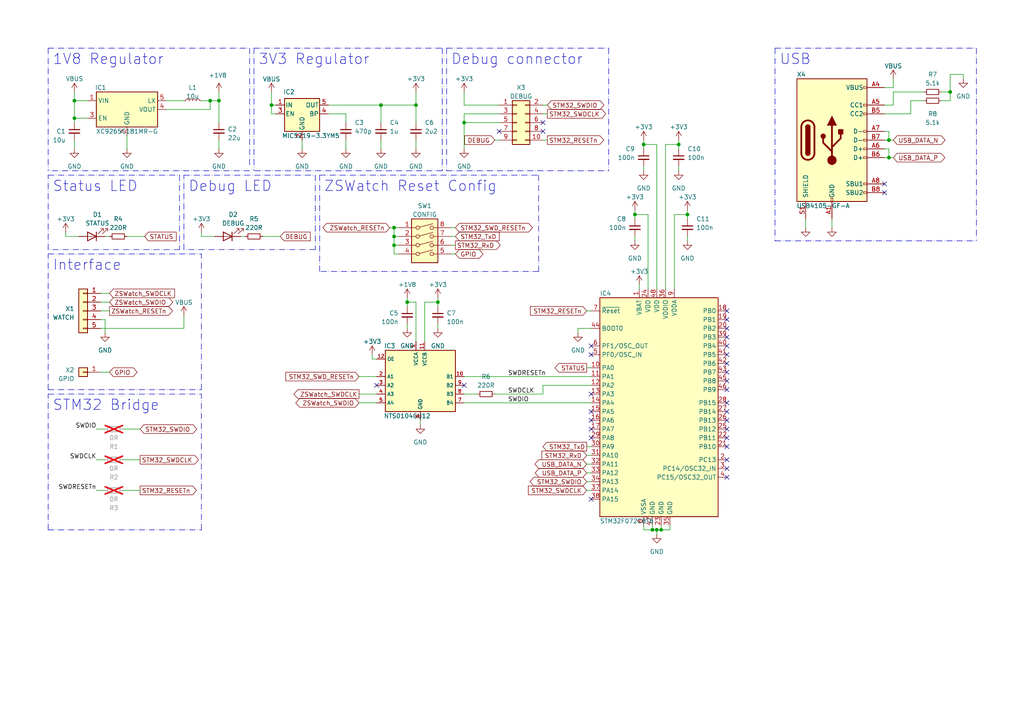
<source format=kicad_sch>
(kicad_sch (version 20230121) (generator eeschema)
  (paper "A4")
  (title_block (title "ZSWatch Dock Programmer and Charger") (date "2023-08-22") (rev "2") (company "github.com/jakkra/ZSWatch-Dock"))
  (lib_symbols
    (symbol "Connector:USB_C_Receptacle_USB2.0" (pin_names (offset 1.016))
      (property "Reference" "J" (at -10.16 19.05 0))
      (property "Value" "USB_C_Receptacle_USB2.0" (at 19.05 19.05 0))
      (symbol "USB_C_Receptacle_USB2.0_1_1"
        (pin passive line (at 0 -22.86 90) (length 5.08) (name "GND") (number "A1"))
        (pin passive line (at 0 -22.86 90) (length 5.08) hide (name "GND") (number "A12"))
        (pin passive line (at 15.24 15.24 180) (length 5.08) (name "VBUS") (number "A4"))
        (pin bidirectional line (at 15.24 10.16 180) (length 5.08) (name "CC1") (number "A5"))
        (pin bidirectional line (at 15.24 -2.54 180) (length 5.08) (name "D+") (number "A6"))
        (pin bidirectional line (at 15.24 2.54 180) (length 5.08) (name "D-") (number "A7"))
        (pin bidirectional line (at 15.24 -12.7 180) (length 5.08) (name "SBU1") (number "A8"))
        (pin passive line (at 15.24 15.24 180) (length 5.08) hide (name "VBUS") (number "A9"))
        (pin passive line (at 0 -22.86 90) (length 5.08) hide (name "GND") (number "B1"))
        (pin passive line (at 0 -22.86 90) (length 5.08) hide (name "GND") (number "B12"))
        (pin passive line (at 15.24 15.24 180) (length 5.08) hide (name "VBUS") (number "B4"))
        (pin bidirectional line (at 15.24 7.62 180) (length 5.08) (name "CC2") (number "B5"))
        (pin bidirectional line (at 15.24 -5.08 180) (length 5.08) (name "D+") (number "B6"))
        (pin bidirectional line (at 15.24 0 180) (length 5.08) (name "D-") (number "B7"))
        (pin bidirectional line (at 15.24 -15.24 180) (length 5.08) (name "SBU2") (number "B8"))
        (pin passive line (at 15.24 15.24 180) (length 5.08) hide (name "VBUS") (number "B9"))
        (pin passive line (at -7.62 -22.86 90) (length 5.08) (name "SHIELD") (number "S1"))
      )
    )
    (symbol "Connector_Generic:Conn_01x01" (pin_names (offset 1.016) hide)
      (property "Reference" "J" (at 0 2.54 0))
      (property "Value" "Conn_01x01" (at 0 -2.54 0))
      (symbol "Conn_01x01_1_1"
        (pin passive line (at -5.08 0 0) (length 3.81) (name "Pin_1") (number "1"))
      )
    )
    (symbol "Connector_Generic:Conn_01x05" (pin_names (offset 1.016) hide)
      (property "Reference" "J" (at 0 7.62 0))
      (property "Value" "Conn_01x05" (at 0 -7.62 0))
      (symbol "Conn_01x05_1_1"
        (pin passive line (at -5.08 5.08 0) (length 3.81) (name "Pin_1") (number "1"))
        (pin passive line (at -5.08 2.54 0) (length 3.81) (name "Pin_2") (number "2"))
        (pin passive line (at -5.08 0 0) (length 3.81) (name "Pin_3") (number "3"))
        (pin passive line (at -5.08 -2.54 0) (length 3.81) (name "Pin_4") (number "4"))
        (pin passive line (at -5.08 -5.08 0) (length 3.81) (name "Pin_5") (number "5"))
      )
    )
    (symbol "Connector_Generic:Conn_02x05_Odd_Even" (pin_names (offset 1.016) hide)
      (property "Reference" "J" (at 1.27 7.62 0))
      (property "Value" "Conn_02x05_Odd_Even" (at 1.27 -7.62 0))
      (symbol "Conn_02x05_Odd_Even_1_1"
        (pin passive line (at -5.08 5.08 0) (length 3.81) (name "Pin_1") (number "1"))
        (pin passive line (at 7.62 -5.08 180) (length 3.81) (name "Pin_10") (number "10"))
        (pin passive line (at 7.62 5.08 180) (length 3.81) (name "Pin_2") (number "2"))
        (pin passive line (at -5.08 2.54 0) (length 3.81) (name "Pin_3") (number "3"))
        (pin passive line (at 7.62 2.54 180) (length 3.81) (name "Pin_4") (number "4"))
        (pin passive line (at -5.08 0 0) (length 3.81) (name "Pin_5") (number "5"))
        (pin passive line (at 7.62 0 180) (length 3.81) (name "Pin_6") (number "6"))
        (pin passive line (at -5.08 -2.54 0) (length 3.81) (name "Pin_7") (number "7"))
        (pin passive line (at 7.62 -2.54 180) (length 3.81) (name "Pin_8") (number "8"))
        (pin passive line (at -5.08 -5.08 0) (length 3.81) (name "Pin_9") (number "9"))
      )
    )
    (symbol "Device:C_Small" (pin_numbers hide) (pin_names (offset 0.254) hide)
      (property "Reference" "C" (at 0.254 1.778 0))
      (property "Value" "C_Small" (at 0.254 -2.032 0))
      (symbol "C_Small_1_1"
        (pin passive line (at 0 2.54 270) (length 2.032) (name "~") (number "1"))
        (pin passive line (at 0 -2.54 90) (length 2.032) (name "~") (number "2"))
      )
    )
    (symbol "Device:LED" (pin_numbers hide) (pin_names (offset 1.016) hide)
      (property "Reference" "D" (at 0 2.54 0))
      (property "Value" "LED" (at 0 -2.54 0))
      (symbol "LED_1_1"
        (pin passive line (at -3.81 0 0) (length 2.54) (name "K") (number "1"))
        (pin passive line (at 3.81 0 180) (length 2.54) (name "A") (number "2"))
      )
    )
    (symbol "Device:L_Small" (pin_numbers hide) (pin_names (offset 0.254) hide)
      (property "Reference" "L" (at 0.762 1.016 0))
      (property "Value" "L_Small" (at 0.762 -1.016 0))
      (symbol "L_Small_1_1"
        (pin passive line (at 0 2.54 270) (length 0.508) (name "~") (number "1"))
        (pin passive line (at 0 -2.54 90) (length 0.508) (name "~") (number "2"))
      )
    )
    (symbol "Device:R_Small" (pin_numbers hide) (pin_names (offset 0.254) hide)
      (property "Reference" "R" (at 0.762 0.508 0))
      (property "Value" "R_Small" (at 0.762 -1.016 0))
      (symbol "R_Small_1_1"
        (pin passive line (at 0 2.54 270) (length 0.762) (name "~") (number "1"))
        (pin passive line (at 0 -2.54 90) (length 0.762) (name "~") (number "2"))
      )
    )
    (symbol "NXP:NTS0104GU12"
      (property "Reference" "IC" (at -8.89 10.16 0))
      (symbol "NTS0104GU12_1_0"
        (pin power_in line (at -1.27 11.43 270) (length 2.54) (name "VCCA") (number "1"))
        (pin bidirectional line (at 12.7 1.27 180) (length 2.54) (name "B1") (number "10"))
        (pin power_in line (at 1.27 11.43 270) (length 2.54) (name "VCCB") (number "11"))
        (pin input line (at -12.7 6.35 0) (length 2.54) (name "OE") (number "12"))
        (pin bidirectional line (at -12.7 1.27 0) (length 2.54) (name "A1") (number "2"))
        (pin bidirectional line (at -12.7 -1.27 0) (length 2.54) (name "A2") (number "3"))
        (pin bidirectional line (at -12.7 -3.81 0) (length 2.54) (name "A3") (number "4"))
        (pin bidirectional line (at -12.7 -6.35 0) (length 2.54) (name "A4") (number "5"))
        (pin power_in line (at 0 -11.43 90) (length 2.54) (name "GND") (number "6"))
        (pin bidirectional line (at 12.7 -6.35 180) (length 2.54) (name "B4") (number "7"))
        (pin bidirectional line (at 12.7 -3.81 180) (length 2.54) (name "B3") (number "8"))
        (pin bidirectional line (at 12.7 -1.27 180) (length 2.54) (name "B2") (number "9"))
      )
    )
    (symbol "Regulator_Linear:MIC5219-3.3YM5" (pin_names (offset 0.254))
      (property "Reference" "U" (at -3.81 5.715 0))
      (property "Value" "MIC5219-3.3YM5" (at 0 5.715 0))
      (symbol "MIC5219-3.3YM5_1_1"
        (pin power_in line (at -7.62 2.54 0) (length 2.54) (name "IN") (number "1"))
        (pin power_in line (at 0 -7.62 90) (length 2.54) (name "GND") (number "2"))
        (pin input line (at -7.62 0 0) (length 2.54) (name "EN") (number "3"))
        (pin input line (at 7.62 0 180) (length 2.54) (name "BP") (number "4"))
        (pin power_out line (at 7.62 2.54 180) (length 2.54) (name "OUT") (number "5"))
      )
    )
    (symbol "ST:STM32F072CBT6"
      (property "Reference" "IC" (at 0 0 0))
      (symbol "STM32F072CBT6_1_0"
        (pin power_in line (at -5.08 33.02 270) (length 2.54) (name "VBAT") (number "1"))
        (pin bidirectional line (at -19.05 10.16 0) (length 2.54) (name "PA0") (number "10"))
        (pin bidirectional line (at -19.05 7.62 0) (length 2.54) (name "PA1") (number "11"))
        (pin bidirectional line (at -19.05 5.08 0) (length 2.54) (name "PA2") (number "12"))
        (pin bidirectional line (at -19.05 2.54 0) (length 2.54) (name "PA3") (number "13"))
        (pin bidirectional line (at -19.05 0 0) (length 2.54) (name "PA4") (number "14"))
        (pin bidirectional line (at -19.05 -2.54 0) (length 2.54) (name "PA5") (number "15"))
        (pin bidirectional line (at -19.05 -5.08 0) (length 2.54) (name "PA6") (number "16"))
        (pin bidirectional line (at -19.05 -7.62 0) (length 2.54) (name "PA7") (number "17"))
        (pin bidirectional line (at 20.32 26.67 180) (length 2.54) (name "PB0") (number "18"))
        (pin bidirectional line (at 20.32 24.13 180) (length 2.54) (name "PB1") (number "19"))
        (pin bidirectional line (at 20.32 -16.51 180) (length 2.54) (name "PC13") (number "2"))
        (pin bidirectional line (at 20.32 21.59 180) (length 2.54) (name "PB2") (number "20"))
        (pin bidirectional line (at 20.32 -12.7 180) (length 2.54) (name "PB10") (number "21"))
        (pin bidirectional line (at 20.32 -10.16 180) (length 2.54) (name "PB11") (number "22"))
        (pin passive line (at 1.27 -35.56 90) (length 2.54) (name "GND") (number "23"))
        (pin power_in line (at -2.54 33.02 270) (length 2.54) (name "VDD") (number "24"))
        (pin bidirectional line (at 20.32 -7.62 180) (length 2.54) (name "PB12") (number "25"))
        (pin bidirectional line (at 20.32 -5.08 180) (length 2.54) (name "PB13") (number "26"))
        (pin bidirectional line (at 20.32 -2.54 180) (length 2.54) (name "PB14") (number "27"))
        (pin bidirectional line (at 20.32 0 180) (length 2.54) (name "PB15") (number "28"))
        (pin bidirectional line (at -19.05 -10.16 0) (length 2.54) (name "PA8") (number "29"))
        (pin bidirectional line (at 20.32 -19.05 180) (length 2.54) (name "PC14/OSC32_IN") (number "3"))
        (pin bidirectional line (at -19.05 -12.7 0) (length 2.54) (name "PA9") (number "30"))
        (pin bidirectional line (at -19.05 -15.24 0) (length 2.54) (name "PA10") (number "31"))
        (pin bidirectional line (at -19.05 -17.78 0) (length 2.54) (name "PA11") (number "32"))
        (pin bidirectional line (at -19.05 -20.32 0) (length 2.54) (name "PA12") (number "33"))
        (pin bidirectional line (at -19.05 -22.86 0) (length 2.54) (name "PA13") (number "34"))
        (pin passive line (at 3.81 -35.56 90) (length 2.54) (name "GND") (number "35"))
        (pin power_in line (at 2.54 33.02 270) (length 2.54) (name "VDDIO") (number "36"))
        (pin bidirectional line (at -19.05 -25.4 0) (length 2.54) (name "PA14") (number "37"))
        (pin bidirectional line (at -19.05 -27.94 0) (length 2.54) (name "PA15") (number "38"))
        (pin bidirectional line (at 20.32 19.05 180) (length 2.54) (name "PB3") (number "39"))
        (pin bidirectional line (at 20.32 -21.59 180) (length 2.54) (name "PC15/OSC32_OUT") (number "4"))
        (pin bidirectional line (at 20.32 16.51 180) (length 2.54) (name "PB4") (number "40"))
        (pin bidirectional line (at 20.32 13.97 180) (length 2.54) (name "PB5") (number "41"))
        (pin bidirectional line (at 20.32 11.43 180) (length 2.54) (name "PB6") (number "42"))
        (pin bidirectional line (at 20.32 8.89 180) (length 2.54) (name "PB7") (number "43"))
        (pin input line (at -19.05 21.59 0) (length 2.54) (name "BOOT0") (number "44"))
        (pin bidirectional line (at 20.32 6.35 180) (length 2.54) (name "PB8") (number "45"))
        (pin bidirectional line (at 20.32 3.81 180) (length 2.54) (name "PB9") (number "46"))
        (pin passive line (at -1.27 -35.56 90) (length 2.54) (name "GND") (number "47"))
        (pin power_in line (at 0 33.02 270) (length 2.54) (name "VDD") (number "48"))
        (pin bidirectional line (at -19.05 13.97 0) (length 2.54) (name "PF0/OSC_IN") (number "5"))
        (pin bidirectional line (at -19.05 16.51 0) (length 2.54) (name "PF1/OSC_OUT") (number "6"))
        (pin input line (at -19.05 26.67 0) (length 2.54) (name "~{Reset}") (number "7"))
        (pin passive line (at -3.81 -35.56 90) (length 2.54) (name "VSSA") (number "8"))
        (pin power_in line (at 5.08 33.02 270) (length 2.54) (name "VDDA") (number "9"))
      )
    )
    (symbol "Switch:SW_DIP_x04" (pin_names (offset 0) hide)
      (property "Reference" "SW" (at 0 8.89 0))
      (property "Value" "SW_DIP_x04" (at 0 -6.35 0))
      (symbol "SW_DIP_x04_1_1"
        (pin passive line (at -7.62 5.08 0) (length 5.08) (name "~") (number "1"))
        (pin passive line (at -7.62 2.54 0) (length 5.08) (name "~") (number "2"))
        (pin passive line (at -7.62 0 0) (length 5.08) (name "~") (number "3"))
        (pin passive line (at -7.62 -2.54 0) (length 5.08) (name "~") (number "4"))
        (pin passive line (at 7.62 -2.54 180) (length 5.08) (name "~") (number "5"))
        (pin passive line (at 7.62 0 180) (length 5.08) (name "~") (number "6"))
        (pin passive line (at 7.62 2.54 180) (length 5.08) (name "~") (number "7"))
        (pin passive line (at 7.62 5.08 180) (length 5.08) (name "~") (number "8"))
      )
    )
    (symbol "Torex Seimoconductor:XC9265C181MR-G"
      (property "Reference" "IC" (at -7.62 6.35 0))
      (symbol "XC9265C181MR-G_1_0"
        (pin power_in line (at -11.43 2.54 0) (length 2.54) (name "VIN") (number "1"))
        (pin power_in line (at 0 -7.62 90) (length 2.54) (name "GND") (number "2"))
        (pin passive line (at -11.43 -2.54 0) (length 2.54) (name "EN") (number "3"))
        (pin power_out line (at 11.43 0 180) (length 2.54) (name "VOUT") (number "4"))
        (pin passive line (at 11.43 2.54 180) (length 2.54) (name "LX") (number "5"))
      )
    )
    (symbol "power:+1V8" (power) (pin_names (offset 0))
      (property "Value" "+1V8" (at 0 3.556 0))
      (symbol "+1V8_1_1"
        (pin power_in line (at 0 0 90) (length 0) hide (name "+1V8") (number "1"))
      )
    )
    (symbol "power:+3V3" (power) (pin_names (offset 0))
      (property "Value" "+3V3" (at 0 3.556 0))
      (symbol "+3V3_1_1"
        (pin power_in line (at 0 0 90) (length 0) hide (name "+3V3") (number "1"))
      )
    )
    (symbol "power:GND" (power) (pin_names (offset 0))
      (property "Value" "GND" (at 0 -3.81 0))
      (symbol "GND_1_1"
        (pin power_in line (at 0 0 270) (length 0) hide (name "GND") (number "1"))
      )
    )
    (symbol "power:VBUS" (power) (pin_names (offset 0))
      (property "Value" "VBUS" (at 0 3.81 0))
      (symbol "VBUS_1_1"
        (pin power_in line (at 0 0 90) (length 0) hide (name "VBUS") (number "1"))
      )
    )
  )
  (junction (at 191.77 153.67))
  (junction (at 60.96 29.21))
  (junction (at 120.65 30.48))
  (junction (at 114.3 66.04))
  (junction (at 134.62 35.56))
  (junction (at 190.5 153.67))
  (junction (at 275.59 26.67))
  (junction (at 110.49 30.48))
  (junction (at 118.11 87.63))
  (junction (at 114.3 68.58))
  (junction (at 199.39 62.23))
  (junction (at 78.74 30.48))
  (junction (at 186.69 41.91))
  (junction (at 257.81 40.64))
  (junction (at 63.5 29.21))
  (junction (at 114.3 71.12))
  (junction (at 21.59 34.29))
  (junction (at 196.85 41.91))
  (junction (at 184.15 62.23))
  (junction (at 189.23 153.67))
  (junction (at 21.59 29.21))
  (junction (at 127 87.63))
  (junction (at 257.81 45.72))
  (no_connect (at 157.48 35.56))
  (no_connect (at 210.82 113.03))
  (no_connect (at 171.45 102.87))
  (no_connect (at 210.82 133.35))
  (no_connect (at 210.82 135.89))
  (no_connect (at 171.45 127))
  (no_connect (at 210.82 92.71))
  (no_connect (at 210.82 127))
  (no_connect (at 157.48 38.1))
  (no_connect (at 171.45 100.33))
  (no_connect (at 171.45 119.38))
  (no_connect (at 210.82 121.92))
  (no_connect (at 210.82 119.38))
  (no_connect (at 210.82 124.46))
  (no_connect (at 134.62 111.76))
  (no_connect (at 171.45 124.46))
  (no_connect (at 171.45 144.78))
  (no_connect (at 144.78 38.1))
  (no_connect (at 210.82 100.33))
  (no_connect (at 171.45 114.3))
  (no_connect (at 210.82 110.49))
  (no_connect (at 210.82 107.95))
  (no_connect (at 256.54 53.34))
  (no_connect (at 210.82 138.43))
  (no_connect (at 210.82 90.17))
  (no_connect (at 210.82 97.79))
  (no_connect (at 171.45 121.92))
  (no_connect (at 210.82 116.84))
  (no_connect (at 210.82 95.25))
  (no_connect (at 210.82 129.54))
  (no_connect (at 210.82 102.87))
  (no_connect (at 256.54 55.88))
  (no_connect (at 109.22 111.76))
  (no_connect (at 210.82 105.41))
  (polyline (pts (xy 224.79 69.85) (xy 283.21 69.85)) (stroke (width 0) (type dash_dot)))
  (polyline (pts (xy 224.79 13.97) (xy 224.79 69.85)) (stroke (width 0) (type dash_dot)))
  (wire (pts (xy 170.18 142.24) (xy 171.45 142.24)))
  (wire (pts (xy 107.95 104.14) (xy 109.22 104.14)))
  (wire (pts (xy 170.18 137.16) (xy 171.45 137.16)))
  (wire (pts (xy 87.63 40.64) (xy 87.63 43.18)))
  (wire (pts (xy 78.74 30.48) (xy 78.74 33.02)))
  (wire (pts (xy 123.19 87.63) (xy 123.19 99.06)))
  (wire (pts (xy 196.85 41.91) (xy 193.04 41.91)))
  (wire (pts (xy 275.59 29.21) (xy 273.05 29.21)))
  (polyline (pts (xy 91.44 72.39) (xy 53.34 72.39)) (stroke (width 0) (type dash_dot)))
  (wire (pts (xy 130.81 73.66) (xy 132.08 73.66)))
  (wire (pts (xy 53.34 29.21) (xy 48.26 29.21)))
  (wire (pts (xy 127 86.36) (xy 127 87.63)))
  (wire (pts (xy 275.59 26.67) (xy 275.59 29.21)))
  (wire (pts (xy 58.42 29.21) (xy 60.96 29.21)))
  (wire (pts (xy 21.59 29.21) (xy 25.4 29.21)))
  (polyline (pts (xy 156.21 50.8) (xy 156.21 78.74)) (stroke (width 0) (type dash_dot)))
  (wire (pts (xy 104.14 114.3) (xy 109.22 114.3)))
  (wire (pts (xy 21.59 26.67) (xy 21.59 29.21)))
  (wire (pts (xy 95.25 30.48) (xy 110.49 30.48)))
  (wire (pts (xy 187.96 62.23) (xy 187.96 83.82)))
  (wire (pts (xy 134.62 109.22) (xy 171.45 109.22)))
  (wire (pts (xy 256.54 40.64) (xy 257.81 40.64)))
  (wire (pts (xy 104.14 116.84) (xy 109.22 116.84)))
  (wire (pts (xy 130.81 71.12) (xy 132.08 71.12)))
  (wire (pts (xy 257.81 43.18) (xy 257.81 45.72)))
  (polyline (pts (xy 72.39 13.97) (xy 72.39 48.26)) (stroke (width 0) (type dash_dot)))
  (wire (pts (xy 21.59 40.64) (xy 21.59 43.18)))
  (wire (pts (xy 233.68 63.5) (xy 233.68 66.04)))
  (wire (pts (xy 257.81 45.72) (xy 259.08 45.72)))
  (wire (pts (xy 196.85 43.18) (xy 196.85 41.91)))
  (wire (pts (xy 184.15 60.96) (xy 184.15 62.23)))
  (wire (pts (xy 259.08 30.48) (xy 256.54 30.48)))
  (wire (pts (xy 107.95 102.87) (xy 107.95 104.14)))
  (wire (pts (xy 134.62 43.18) (xy 134.62 35.56)))
  (wire (pts (xy 279.4 22.86) (xy 279.4 21.59)))
  (wire (pts (xy 120.65 40.64) (xy 120.65 43.18)))
  (wire (pts (xy 256.54 43.18) (xy 257.81 43.18)))
  (wire (pts (xy 189.23 153.67) (xy 190.5 153.67)))
  (wire (pts (xy 115.57 66.04) (xy 114.3 66.04)))
  (wire (pts (xy 199.39 60.96) (xy 199.39 62.23)))
  (wire (pts (xy 257.81 38.1) (xy 257.81 40.64)))
  (wire (pts (xy 58.42 68.58) (xy 62.23 68.58)))
  (wire (pts (xy 118.11 87.63) (xy 120.65 87.63)))
  (polyline (pts (xy 13.97 50.8) (xy 52.07 50.8)) (stroke (width 0) (type dash_dot)))
  (polyline (pts (xy 13.97 13.97) (xy 13.97 49.53)) (stroke (width 0) (type dash_dot)))
  (wire (pts (xy 184.15 62.23) (xy 187.96 62.23)))
  (polyline (pts (xy 73.66 13.97) (xy 73.66 49.53)) (stroke (width 0) (type dash_dot)))
  (polyline (pts (xy 283.21 13.97) (xy 283.21 69.85)) (stroke (width 0) (type dash_dot)))
  (polyline (pts (xy 53.34 72.39) (xy 53.34 50.8)) (stroke (width 0) (type dash_dot)))
  (polyline (pts (xy 129.54 13.97) (xy 129.54 49.53)) (stroke (width 0) (type dash_dot)))
  (wire (pts (xy 157.48 30.48) (xy 158.75 30.48)))
  (wire (pts (xy 170.18 106.68) (xy 171.45 106.68)))
  (wire (pts (xy 264.16 33.02) (xy 256.54 33.02)))
  (wire (pts (xy 127 88.9) (xy 127 87.63)))
  (wire (pts (xy 259.08 26.67) (xy 259.08 30.48)))
  (wire (pts (xy 134.62 116.84) (xy 171.45 116.84)))
  (polyline (pts (xy 91.44 50.8) (xy 91.44 72.39)) (stroke (width 0) (type dash_dot)))
  (polyline (pts (xy 13.97 13.97) (xy 72.39 13.97)) (stroke (width 0) (type dash_dot)))
  (polyline (pts (xy 92.71 78.74) (xy 92.71 50.8)) (stroke (width 0) (type dash_dot)))
  (wire (pts (xy 35.56 133.35) (xy 40.64 133.35)))
  (wire (pts (xy 143.51 114.3) (xy 157.48 114.3)))
  (wire (pts (xy 29.21 92.71) (xy 30.48 92.71)))
  (wire (pts (xy 264.16 29.21) (xy 264.16 33.02)))
  (wire (pts (xy 100.33 33.02) (xy 100.33 35.56)))
  (wire (pts (xy 21.59 35.56) (xy 21.59 34.29)))
  (polyline (pts (xy 73.66 13.97) (xy 128.27 13.97)) (stroke (width 0) (type dash_dot)))
  (wire (pts (xy 143.51 40.64) (xy 144.78 40.64)))
  (wire (pts (xy 157.48 111.76) (xy 157.48 114.3)))
  (wire (pts (xy 30.48 68.58) (xy 31.75 68.58)))
  (wire (pts (xy 60.96 31.75) (xy 60.96 29.21)))
  (polyline (pts (xy 224.79 13.97) (xy 283.21 13.97)) (stroke (width 0) (type dash_dot)))
  (wire (pts (xy 171.45 95.25) (xy 167.64 95.25)))
  (wire (pts (xy 196.85 48.26) (xy 196.85 49.53)))
  (wire (pts (xy 186.69 40.64) (xy 186.69 41.91)))
  (polyline (pts (xy 52.07 72.39) (xy 13.97 72.39)) (stroke (width 0) (type dash_dot)))
  (wire (pts (xy 31.75 90.17) (xy 29.21 90.17)))
  (wire (pts (xy 80.01 30.48) (xy 78.74 30.48)))
  (wire (pts (xy 63.5 40.64) (xy 63.5 43.18)))
  (wire (pts (xy 21.59 34.29) (xy 21.59 29.21)))
  (polyline (pts (xy 58.42 153.67) (xy 58.42 114.3)) (stroke (width 0) (type dash_dot)))
  (polyline (pts (xy 13.97 114.3) (xy 58.42 114.3)) (stroke (width 0) (type dash_dot)))
  (wire (pts (xy 60.96 29.21) (xy 63.5 29.21)))
  (polyline (pts (xy 128.27 49.53) (xy 73.66 49.53)) (stroke (width 0) (type dash_dot)))
  (wire (pts (xy 199.39 63.5) (xy 199.39 62.23)))
  (wire (pts (xy 134.62 33.02) (xy 144.78 33.02)))
  (wire (pts (xy 259.08 26.67) (xy 267.97 26.67)))
  (wire (pts (xy 167.64 95.25) (xy 167.64 96.52)))
  (wire (pts (xy 69.85 68.58) (xy 71.12 68.58)))
  (wire (pts (xy 58.42 67.31) (xy 58.42 68.58)))
  (wire (pts (xy 144.78 30.48) (xy 134.62 30.48)))
  (wire (pts (xy 273.05 26.67) (xy 275.59 26.67)))
  (wire (pts (xy 110.49 40.64) (xy 110.49 43.18)))
  (wire (pts (xy 186.69 41.91) (xy 190.5 41.91)))
  (wire (pts (xy 120.65 26.67) (xy 120.65 30.48)))
  (wire (pts (xy 134.62 30.48) (xy 134.62 26.67)))
  (wire (pts (xy 35.56 124.46) (xy 40.64 124.46)))
  (wire (pts (xy 184.15 68.58) (xy 184.15 69.85)))
  (wire (pts (xy 170.18 139.7) (xy 171.45 139.7)))
  (polyline (pts (xy 52.07 50.8) (xy 52.07 72.39)) (stroke (width 0) (type dash_dot)))
  (wire (pts (xy 31.75 87.63) (xy 29.21 87.63)))
  (wire (pts (xy 191.77 153.67) (xy 190.5 153.67)))
  (wire (pts (xy 114.3 66.04) (xy 114.3 68.58)))
  (wire (pts (xy 53.34 91.44) (xy 53.34 95.25)))
  (wire (pts (xy 130.81 66.04) (xy 132.08 66.04)))
  (wire (pts (xy 157.48 33.02) (xy 158.75 33.02)))
  (wire (pts (xy 95.25 33.02) (xy 100.33 33.02)))
  (wire (pts (xy 115.57 73.66) (xy 114.3 73.66)))
  (wire (pts (xy 19.05 67.31) (xy 19.05 68.58)))
  (wire (pts (xy 130.81 68.58) (xy 132.08 68.58)))
  (wire (pts (xy 110.49 30.48) (xy 120.65 30.48)))
  (polyline (pts (xy 128.27 13.97) (xy 128.27 49.53)) (stroke (width 0) (type dash_dot)))
  (wire (pts (xy 114.3 71.12) (xy 114.3 68.58)))
  (wire (pts (xy 259.08 25.4) (xy 259.08 22.86)))
  (wire (pts (xy 134.62 35.56) (xy 134.62 33.02)))
  (wire (pts (xy 134.62 35.56) (xy 144.78 35.56)))
  (polyline (pts (xy 129.54 13.97) (xy 176.53 13.97)) (stroke (width 0) (type dash_dot)))
  (polyline (pts (xy 13.97 153.67) (xy 13.97 114.3)) (stroke (width 0) (type dash_dot)))
  (wire (pts (xy 199.39 68.58) (xy 199.39 69.85)))
  (wire (pts (xy 194.31 152.4) (xy 194.31 153.67)))
  (wire (pts (xy 63.5 29.21) (xy 63.5 26.67)))
  (wire (pts (xy 27.94 124.46) (xy 30.48 124.46)))
  (wire (pts (xy 186.69 152.4) (xy 186.69 153.67)))
  (polyline (pts (xy 53.34 50.8) (xy 91.44 50.8)) (stroke (width 0) (type dash_dot)))
  (wire (pts (xy 193.04 41.91) (xy 193.04 83.82)))
  (polyline (pts (xy 13.97 113.03) (xy 58.42 113.03)) (stroke (width 0) (type dash_dot)))
  (wire (pts (xy 186.69 153.67) (xy 189.23 153.67)))
  (polyline (pts (xy 13.97 113.03) (xy 13.97 73.66)) (stroke (width 0) (type dash_dot)))
  (polyline (pts (xy 13.97 153.67) (xy 58.42 153.67)) (stroke (width 0) (type dash_dot)))
  (polyline (pts (xy 58.42 113.03) (xy 58.42 73.66)) (stroke (width 0) (type dash_dot)))
  (wire (pts (xy 110.49 30.48) (xy 110.49 35.56)))
  (wire (pts (xy 118.11 93.98) (xy 118.11 95.25)))
  (wire (pts (xy 36.83 68.58) (xy 41.91 68.58)))
  (wire (pts (xy 114.3 73.66) (xy 114.3 71.12)))
  (wire (pts (xy 185.42 82.55) (xy 185.42 83.82)))
  (wire (pts (xy 121.92 121.92) (xy 121.92 123.19)))
  (wire (pts (xy 114.3 68.58) (xy 115.57 68.58)))
  (wire (pts (xy 195.58 62.23) (xy 195.58 83.82)))
  (wire (pts (xy 264.16 29.21) (xy 267.97 29.21)))
  (polyline (pts (xy 13.97 73.66) (xy 58.42 73.66)) (stroke (width 0) (type dash_dot)))
  (wire (pts (xy 184.15 62.23) (xy 184.15 63.5)))
  (polyline (pts (xy 13.97 72.39) (xy 13.97 50.8)) (stroke (width 0) (type dash_dot)))
  (wire (pts (xy 134.62 114.3) (xy 138.43 114.3)))
  (wire (pts (xy 120.65 30.48) (xy 120.65 35.56)))
  (wire (pts (xy 186.69 43.18) (xy 186.69 41.91)))
  (wire (pts (xy 170.18 132.08) (xy 171.45 132.08)))
  (wire (pts (xy 104.14 109.22) (xy 109.22 109.22)))
  (wire (pts (xy 100.33 40.64) (xy 100.33 43.18)))
  (wire (pts (xy 118.11 88.9) (xy 118.11 87.63)))
  (wire (pts (xy 80.01 33.02) (xy 78.74 33.02)))
  (wire (pts (xy 190.5 153.67) (xy 190.5 154.94)))
  (wire (pts (xy 256.54 45.72) (xy 257.81 45.72)))
  (wire (pts (xy 36.83 39.37) (xy 36.83 43.18)))
  (polyline (pts (xy 129.54 49.53) (xy 176.53 49.53)) (stroke (width 0) (type dash_dot)))
  (wire (pts (xy 275.59 21.59) (xy 279.4 21.59)))
  (wire (pts (xy 191.77 152.4) (xy 191.77 153.67)))
  (wire (pts (xy 63.5 29.21) (xy 63.5 35.56)))
  (wire (pts (xy 170.18 90.17) (xy 171.45 90.17)))
  (polyline (pts (xy 92.71 50.8) (xy 156.21 50.8)) (stroke (width 0) (type dash_dot)))
  (wire (pts (xy 27.94 142.24) (xy 30.48 142.24)))
  (wire (pts (xy 127 87.63) (xy 123.19 87.63)))
  (wire (pts (xy 30.48 92.71) (xy 30.48 96.52)))
  (wire (pts (xy 196.85 40.64) (xy 196.85 41.91)))
  (polyline (pts (xy 72.39 49.53) (xy 13.97 49.53)) (stroke (width 0) (type dash_dot)))
  (wire (pts (xy 190.5 41.91) (xy 190.5 83.82)))
  (wire (pts (xy 120.65 87.63) (xy 120.65 99.06)))
  (wire (pts (xy 29.21 95.25) (xy 53.34 95.25)))
  (wire (pts (xy 199.39 62.23) (xy 195.58 62.23)))
  (polyline (pts (xy 176.53 13.97) (xy 176.53 49.53)) (stroke (width 0) (type dash_dot)))
  (wire (pts (xy 171.45 111.76) (xy 157.48 111.76)))
  (wire (pts (xy 21.59 34.29) (xy 25.4 34.29)))
  (wire (pts (xy 275.59 21.59) (xy 275.59 26.67)))
  (polyline (pts (xy 156.21 78.74) (xy 92.71 78.74)) (stroke (width 0) (type dash_dot)))
  (wire (pts (xy 35.56 142.24) (xy 40.64 142.24)))
  (wire (pts (xy 170.18 129.54) (xy 171.45 129.54)))
  (wire (pts (xy 48.26 31.75) (xy 60.96 31.75)))
  (wire (pts (xy 118.11 86.36) (xy 118.11 87.63)))
  (wire (pts (xy 194.31 153.67) (xy 191.77 153.67)))
  (wire (pts (xy 256.54 38.1) (xy 257.81 38.1)))
  (wire (pts (xy 76.2 68.58) (xy 81.28 68.58)))
  (wire (pts (xy 170.18 134.62) (xy 171.45 134.62)))
  (wire (pts (xy 113.03 66.04) (xy 114.3 66.04)))
  (wire (pts (xy 31.75 85.09) (xy 29.21 85.09)))
  (wire (pts (xy 189.23 152.4) (xy 189.23 153.67)))
  (wire (pts (xy 241.3 63.5) (xy 241.3 66.04)))
  (wire (pts (xy 29.21 107.95) (xy 31.75 107.95)))
  (wire (pts (xy 257.81 40.64) (xy 259.08 40.64)))
  (wire (pts (xy 19.05 68.58) (xy 22.86 68.58)))
  (wire (pts (xy 78.74 26.67) (xy 78.74 30.48)))
  (wire (pts (xy 157.48 40.64) (xy 158.75 40.64)))
  (wire (pts (xy 256.54 25.4) (xy 259.08 25.4)))
  (wire (pts (xy 186.69 48.26) (xy 186.69 49.53)))
  (wire (pts (xy 27.94 133.35) (xy 30.48 133.35)))
  (wire (pts (xy 127 93.98) (xy 127 95.25)))
  (wire (pts (xy 114.3 71.12) (xy 115.57 71.12)))
  (text "STM32 Bridge" (at 15.24 119.38 0) (effects (font (size 3 3)) (justify left bottom)))
  (text "Debug connector" (at 130.81 19.05 0) (effects (font (size 3 3)) (justify left bottom)))
  (text "Status LED" (at 15.24 55.88 0) (effects (font (size 3 3)) (justify left bottom)))
  (text "1V8 Regulator" (at 15.24 19.05 0) (effects (font (size 3 3)) (justify left bottom)))
  (text "Interface" (at 15.24 78.74 0) (effects (font (size 3 3)) (justify left bottom)))
  (text "USB" (at 226.06 19.05 0) (effects (font (size 3 3)) (justify left bottom)))
  (text "3V3 Regulator" (at 74.93 19.05 0) (effects (font (size 3 3)) (justify left bottom)))
  (text "Debug LED" (at 54.61 55.88 0) (effects (font (size 3 3)) (justify left bottom)))
  (text "ZSWatch Reset Config" (at 93.98 55.88 0) (effects (font (size 3 3)) (justify left bottom)))
  (label "SWDRESETn" (at 27.94 142.24 180))
  (label "SWDIO" (at 147.32 116.84 0))
  (label "SWDCLK" (at 147.32 114.3 0))
  (label "SWDCLK" (at 27.94 133.35 180))
  (label "SWDIO" (at 27.94 124.46 180))
  (label "SWDRESETn" (at 147.32 109.22 0))
  (global_label "STM32_SWDCLK" (shape output) (at 40.64 133.35 0) (property "Intersheetrefs" "${INTERSHEET_REFS}" (effects hide)))
  (global_label "STM32_SWDIO" (shape bidirectional) (at 40.64 124.46 0) (property "Intersheetrefs" "${INTERSHEET_REFS}" (effects hide)))
  (global_label "ZSWatch_SWDCLK" (shape input) (at 31.75 85.09 0) (property "Intersheetrefs" "${INTERSHEET_REFS}" (effects hide)))
  (global_label "ZSWatch_SWDIO" (shape bidirectional) (at 31.75 87.63 0) (property "Intersheetrefs" "${INTERSHEET_REFS}" (effects hide)))
  (global_label "STM32_SWDCLK" (shape input) (at 170.18 142.24 180) (property "Intersheetrefs" "${INTERSHEET_REFS}" (effects hide)))
  (global_label "USB_DATA_N" (shape bidirectional) (at 259.08 40.64 0) (property "Intersheetrefs" "${INTERSHEET_REFS}" (effects hide)))
  (global_label "ZSWatch_RESETn" (shape bidirectional) (at 113.03 66.04 180) (property "Intersheetrefs" "${INTERSHEET_REFS}" (effects hide)))
  (global_label "STM32_RESETn" (shape output) (at 158.75 40.64 0) (property "Intersheetrefs" "${INTERSHEET_REFS}" (effects hide)))
  (global_label "USB_DATA_P" (shape bidirectional) (at 170.18 137.16 180) (property "Intersheetrefs" "${INTERSHEET_REFS}" (effects hide)))
  (global_label "STM32_SWD_RESETn" (shape input) (at 104.14 109.22 180) (property "Intersheetrefs" "${INTERSHEET_REFS}" (effects hide)))
  (global_label "STM32_TxD" (shape output) (at 170.18 129.54 180) (property "Intersheetrefs" "${INTERSHEET_REFS}" (effects hide)))
  (global_label "STATUS" (shape output) (at 170.18 106.68 180) (property "Intersheetrefs" "${INTERSHEET_REFS}" (effects hide)))
  (global_label "GPIO" (shape bidirectional) (at 31.75 107.95 0) (property "Intersheetrefs" "${INTERSHEET_REFS}" (effects hide)))
  (global_label "GPIO" (shape bidirectional) (at 132.08 73.66 0) (property "Intersheetrefs" "${INTERSHEET_REFS}" (effects hide)))
  (global_label "STM32_SWD_RESETn" (shape bidirectional) (at 132.08 66.04 0) (property "Intersheetrefs" "${INTERSHEET_REFS}" (effects hide)))
  (global_label "USB_DATA_P" (shape bidirectional) (at 259.08 45.72 0) (property "Intersheetrefs" "${INTERSHEET_REFS}" (effects hide)))
  (global_label "STM32_SWDIO" (shape bidirectional) (at 170.18 139.7 180) (property "Intersheetrefs" "${INTERSHEET_REFS}" (effects hide)))
  (global_label "STM32_SWDCLK" (shape output) (at 158.75 33.02 0) (property "Intersheetrefs" "${INTERSHEET_REFS}" (effects hide)))
  (global_label "ZSWatch_RESETn" (shape output) (at 31.75 90.17 0) (property "Intersheetrefs" "${INTERSHEET_REFS}" (effects hide)))
  (global_label "STATUS" (shape input) (at 41.91 68.58 0) (property "Intersheetrefs" "${INTERSHEET_REFS}" (effects hide)))
  (global_label "STM32_SWDIO" (shape bidirectional) (at 158.75 30.48 0) (property "Intersheetrefs" "${INTERSHEET_REFS}" (effects hide)))
  (global_label "DEBUG" (shape input) (at 81.28 68.58 0) (property "Intersheetrefs" "${INTERSHEET_REFS}" (effects hide)))
  (global_label "STM32_RxD" (shape output) (at 132.08 71.12 0) (property "Intersheetrefs" "${INTERSHEET_REFS}" (effects hide)))
  (global_label "STM32_RESETn" (shape output) (at 40.64 142.24 0) (property "Intersheetrefs" "${INTERSHEET_REFS}" (effects hide)))
  (global_label "STM32_RxD" (shape input) (at 170.18 132.08 180) (property "Intersheetrefs" "${INTERSHEET_REFS}" (effects hide)))
  (global_label "DEBUG" (shape input) (at 143.51 40.64 180) (property "Intersheetrefs" "${INTERSHEET_REFS}" (effects hide)))
  (global_label "ZSWatch_SWDIO" (shape bidirectional) (at 104.14 116.84 180) (property "Intersheetrefs" "${INTERSHEET_REFS}" (effects hide)))
  (global_label "STM32_RESETn" (shape input) (at 170.18 90.17 180) (property "Intersheetrefs" "${INTERSHEET_REFS}" (effects hide)))
  (global_label "ZSWatch_SWDCLK" (shape output) (at 104.14 114.3 180) (property "Intersheetrefs" "${INTERSHEET_REFS}" (effects hide)))
  (global_label "USB_DATA_N" (shape bidirectional) (at 170.18 134.62 180) (property "Intersheetrefs" "${INTERSHEET_REFS}" (effects hide)))
  (global_label "STM32_TxD" (shape input) (at 132.08 68.58 0) (property "Intersheetrefs" "${INTERSHEET_REFS}" (effects hide)))
  (symbol (lib_id "Connector_Generic:Conn_01x05") (at 24.13 90.17 0) (mirror y) (unit 1)
    (property "Reference" "X1" (at 21.59 89.535 0) (effects (justify left)))
    (property "Value" "WATCH" (at 21.59 92.075 0) (effects (justify left)))
    (property "Footprint" "Connector_PinHeader_2.54mm:PinHeader_1x05_P2.54mm_Vertical" (effects hide))
    (property "Mfr." "Harwin" (effects hide))
    (property "Mfr. No." "M20-9990546" (effects hide))
    (property "Distributor" "Mouser" (effects hide))
    (property "Order Number" "855-M20-9990546" (effects hide))
  )
  (symbol (lib_id "power:+3V3") (at 107.95 102.87 0) (unit 1)
    (property "Reference" "#PWR013" (effects hide))
    (property "Value" "+3V3" (at 107.95 99.06 0))
  )
  (symbol (lib_id "power:GND") (at 63.5 43.18 0) (unit 1)
    (property "Reference" "#PWR09" (effects hide))
    (property "Value" "GND" (at 63.5 48.26 0))
  )
  (symbol (lib_id "Device:C_Small") (at 120.65 38.1 0) (unit 1)
    (property "Reference" "C6" (at 123.19 35.56 0) (effects (justify left)))
    (property "Value" "2u2" (at 123.19 38.1 0) (effects (justify left)))
    (property "Footprint" "Capacitor_SMD:C_0603_1608Metric" (effects hide))
    (property "Mfr." "KYOCERA AVX" (effects hide))
    (property "Mfr. No." "06036C225MAT2A" (effects hide))
    (property "Distributor" "Mouser" (effects hide))
    (property "Order Number" "581-06036C225MAT2A" (effects hide))
  )
  (symbol (lib_id "Device:R_Small") (at 73.66 68.58 90) (unit 1)
    (property "Reference" "R5" (at 73.66 63.5 90))
    (property "Value" "220R" (at 73.66 66.04 90))
    (property "Footprint" "Resistor_SMD:R_0603_1608Metric" (effects hide))
    (property "Datasheet" "https://www.mouser.de/datasheet/2/447/PYu_RT_1_to_0_01_RoHS_L_12-3003070.pdf" (effects hide))
    (property "Mfr." "YAGEO" (effects hide))
    (property "Mfr. No." "RT0603FRE07220RL" (effects hide))
    (property "Distributor" "Mouser" (effects hide))
    (property "Order Number" "603-RT0603FRE07220RL" (effects hide))
  )
  (symbol (lib_id "Device:C_Small") (at 186.69 45.72 0) (mirror y) (unit 1)
    (property "Reference" "C9" (at 184.15 43.18 0) (effects (justify left)))
    (property "Value" "100n" (at 184.15 45.72 0) (effects (justify left)))
    (property "Footprint" "Capacitor_SMD:C_0603_1608Metric" (effects hide))
    (property "Mfr." "KYOCERA AVX" (effects hide))
    (property "Mfr. No." "06035C104KAT2A" (effects hide))
    (property "Distributor" "Mouser" (effects hide))
    (property "Order Number" "581-06035C104KAT2A" (effects hide))
  )
  (symbol (lib_id "power:+1V8") (at 118.11 86.36 0) (unit 1)
    (property "Reference" "#PWR015" (effects hide))
    (property "Value" "+1V8" (at 118.11 82.55 0))
  )
  (symbol (lib_id "Device:LED") (at 66.04 68.58 180) (unit 1)
    (property "Reference" "D2" (at 67.6275 62.23 0))
    (property "Value" "DEBUG" (at 67.6275 64.77 0))
    (property "Footprint" "LED_SMD:LED_0603_1608Metric" (effects hide))
    (property "Mfr." "Wurth Elektronik" (effects hide))
    (property "Mfr. No." "150060VS75003" (effects hide))
    (property "Distributor" "Mouser" (effects hide))
    (property "Order Number" "710-150060VS75003" (effects hide))
  )
  (symbol (lib_id "power:+3V3") (at 127 86.36 0) (unit 1)
    (property "Reference" "#PWR020" (effects hide))
    (property "Value" "+3V3" (at 127 82.55 0))
  )
  (symbol (lib_id "power:GND") (at 196.85 49.53 0) (unit 1)
    (property "Reference" "#PWR032" (effects hide))
    (property "Value" "GND" (at 196.85 54.61 0))
  )
  (symbol (lib_id "power:GND") (at 127 95.25 0) (unit 1)
    (property "Reference" "#PWR021" (effects hide))
    (property "Value" "GND" (at 127 100.33 0))
  )
  (symbol (lib_id "Device:R_Small") (at 33.02 124.46 270) (unit 1) (dnp yes)
    (property "Reference" "R1" (at 33.02 129.54 90))
    (property "Value" "0R" (at 33.02 127 90))
    (property "Footprint" "Resistor_SMD:R_0603_1608Metric" (effects hide))
    (property "Datasheet" "https://www.mouser.de/datasheet/2/54/cr-1858361.pdf" (effects hide))
    (property "Mfr." "BOURNS" (effects hide))
    (property "Mfr. No." "CR0603-J/-000ELF" (effects hide))
    (property "Distributor" "Mouser" (effects hide))
    (property "Order Number" "652-CR0603-J/-000ELF" (effects hide))
  )
  (symbol (lib_id "power:+1V8") (at 63.5 26.67 0) (unit 1)
    (property "Reference" "#PWR08" (effects hide))
    (property "Value" "+1V8" (at 63.1561 21.8486 0))
  )
  (symbol (lib_id "power:GND") (at 36.83 43.18 0) (unit 1)
    (property "Reference" "#PWR05" (effects hide))
    (property "Value" "GND" (at 36.83 48.26 0))
  )
  (symbol (lib_id "Regulator_Linear:MIC5219-3.3YM5") (at 87.63 33.02 0) (unit 1)
    (property "Reference" "IC2" (at 83.82 26.67 0))
    (property "Value" "MIC5219-3.3YM5" (at 90.17 39.37 0))
    (property "Footprint" "Package_TO_SOT_SMD:SOT-23-5" (effects hide))
    (property "Datasheet" "http://ww1.microchip.com/downloads/en/DeviceDoc/MIC5219-500mA-Peak-Output-LDO-Regulator-DS20006021A.pdf" (effects hide))
    (property "Mfr." "Microchip Technology" (effects hide))
    (property "Mfr. No." "MIC5219-3.3YM5-TR" (effects hide))
    (property "Distributor" "Mouser" (effects hide))
    (property "Order Number" "998-MIC5219-3.3YM5TR" (effects hide))
  )
  (symbol (lib_id "power:GND") (at 118.11 95.25 0) (unit 1)
    (property "Reference" "#PWR016" (effects hide))
    (property "Value" "GND" (at 118.11 100.33 0))
  )
  (symbol (lib_id "power:+3V3") (at 134.62 26.67 0) (unit 1)
    (property "Reference" "#PWR022" (effects hide))
    (property "Value" "+3V3" (at 134.62 22.86 0))
  )
  (symbol (lib_id "power:VBUS") (at 78.74 26.67 0) (unit 1)
    (property "Reference" "#PWR010" (effects hide))
    (property "Value" "VBUS" (at 78.74 22.9616 0))
  )
  (symbol (lib_id "power:GND") (at 190.5 154.94 0) (unit 1)
    (property "Reference" "#PWR030" (effects hide))
    (property "Value" "GND" (at 190.5 160.02 0))
  )
  (symbol (lib_id "Device:R_Small") (at 34.29 68.58 90) (unit 1)
    (property "Reference" "R4" (at 34.29 63.5 90))
    (property "Value" "220R" (at 34.29 66.04 90))
    (property "Footprint" "Resistor_SMD:R_0603_1608Metric" (effects hide))
    (property "Datasheet" "https://www.mouser.de/datasheet/2/447/PYu_RT_1_to_0_01_RoHS_L_12-3003070.pdf" (effects hide))
    (property "Mfr." "YAGEO" (effects hide))
    (property "Mfr. No." "RT0603FRE07220RL" (effects hide))
    (property "Distributor" "Mouser" (effects hide))
    (property "Order Number" "603-RT0603FRE07220RL" (effects hide))
  )
  (symbol (lib_id "Device:C_Small") (at 199.39 66.04 0) (unit 1)
    (property "Reference" "C11" (at 201.93 63.5 0) (effects (justify left)))
    (property "Value" "100n" (at 201.93 66.04 0) (effects (justify left)))
    (property "Footprint" "Capacitor_SMD:C_0603_1608Metric" (effects hide))
    (property "Mfr." "KYOCERA AVX" (effects hide))
    (property "Mfr. No." "06035C104KAT2A" (effects hide))
    (property "Distributor" "Mouser" (effects hide))
    (property "Order Number" "581-06035C104KAT2A" (effects hide))
  )
  (symbol (lib_id "power:+3V3") (at 19.05 67.31 0) (unit 1)
    (property "Reference" "#PWR01" (effects hide))
    (property "Value" "+3V3" (at 19.05 63.5 0))
  )
  (symbol (lib_id "power:GND") (at 30.48 96.52 0) (unit 1)
    (property "Reference" "#PWR04" (effects hide))
    (property "Value" "GND" (at 30.48 101.6 0))
  )
  (symbol (lib_id "Device:R_Small") (at 270.51 29.21 270) (unit 1)
    (property "Reference" "R8" (at 270.51 33.02 90))
    (property "Value" "5.1k" (at 270.51 35.56 90))
    (property "Footprint" "Resistor_SMD:R_0603_1608Metric" (effects hide))
    (property "Mfr." "Vishay / Dale" (effects hide))
    (property "Mfr. No." "CRCW06035K10FKEA" (effects hide))
    (property "Distributor" "Mouser" (effects hide))
    (property "Order Number" "71-CRCW0603-5.1K-E3" (effects hide))
  )
  (symbol (lib_id "Device:C_Small") (at 110.49 38.1 0) (unit 1)
    (property "Reference" "C4" (at 113.03 35.56 0) (effects (justify left)))
    (property "Value" "1u" (at 113.03 38.1 0) (effects (justify left)))
    (property "Footprint" "Capacitor_SMD:C_0603_1608Metric" (effects hide))
    (property "Mfr." "KYOCERA AVX" (effects hide))
    (property "Mfr. No." "06036C105MAT2A" (effects hide))
    (property "Distributor" "Mouser" (effects hide))
    (property "Order Number" "581-06036C105MAT2A" (effects hide))
  )
  (symbol (lib_id "Device:C_Small") (at 100.33 38.1 0) (unit 1)
    (property "Reference" "C3" (at 102.87 35.56 0) (effects (justify left)))
    (property "Value" "470p" (at 102.87 38.1 0) (effects (justify left)))
    (property "Footprint" "Capacitor_SMD:C_0603_1608Metric" (effects hide))
    (property "Mfr." "KYOCERA AVX" (effects hide))
    (property "Mfr. No." "06031C471MAT2A" (effects hide))
    (property "Distributor" "Mouser" (effects hide))
    (property "Order Number" "581-06031C471MAT2A" (effects hide))
  )
  (symbol (lib_id "power:GND") (at 121.92 123.19 0) (unit 1)
    (property "Reference" "#PWR019" (effects hide))
    (property "Value" "GND" (at 121.92 128.27 0))
  )
  (symbol (lib_id "power:GND") (at 100.33 43.18 0) (unit 1)
    (property "Reference" "#PWR012" (effects hide))
    (property "Value" "GND" (at 100.33 48.26 0))
  )
  (symbol (lib_id "power:+3V3") (at 185.42 82.55 0) (unit 1)
    (property "Reference" "#PWR027" (effects hide))
    (property "Value" "+3V3" (at 185.42 78.74 0))
  )
  (symbol (lib_id "power:GND") (at 279.4 22.86 0) (unit 1)
    (property "Reference" "#PWR038" (effects hide))
    (property "Value" "GND" (at 279.4 27.94 0))
  )
  (symbol (lib_id "power:GND") (at 199.39 69.85 0) (unit 1)
    (property "Reference" "#PWR034" (effects hide))
    (property "Value" "GND" (at 199.39 74.93 0))
  )
  (symbol (lib_id "power:VBUS") (at 259.08 22.86 0) (unit 1)
    (property "Reference" "#PWR037" (effects hide))
    (property "Value" "VBUS" (at 259.08 19.1516 0))
  )
  (symbol (lib_id "Device:LED") (at 26.67 68.58 180) (unit 1)
    (property "Reference" "D1" (at 28.2575 62.23 0))
    (property "Value" "STATUS" (at 28.2575 64.77 0))
    (property "Footprint" "LED_SMD:LED_0603_1608Metric" (effects hide))
    (property "Mfr." "Wurth Elektronik" (effects hide))
    (property "Mfr. No." "150060YS75003" (effects hide))
    (property "Distributor" "Mouser" (effects hide))
    (property "Order Number" "710-150060YS75003" (effects hide))
  )
  (symbol (lib_id "NXP:NTS0104GU12") (at 121.92 110.49 0) (unit 1)
    (property "Reference" "IC3" (at 113.03 100.33 0))
    (property "Value" "NTS0104GU12" (at 118.11 120.65 0))
    (property "Footprint" "Package_QFN:XQFN-12-1.7x2mm_P0.4mm" (effects hide))
    (property "Datasheet" "https://www.nxp.com/docs/en/package-information/SOT1174-1.pdf" (effects hide))
    (property "Mfr." "NXP Semiconductors" (effects hide))
    (property "Mfr. No." "NTS0104GU12,115" (effects hide))
    (property "Distributor" "Mouser" (effects hide))
    (property "Order Number" "771-NTS0104GU12115" (effects hide))
  )
  (symbol (lib_id "power:GND") (at 87.63 43.18 0) (unit 1)
    (property "Reference" "#PWR011" (effects hide))
    (property "Value" "GND" (at 87.63 48.26 0))
  )
  (symbol (lib_id "power:+3V3") (at 196.85 40.64 0) (unit 1)
    (property "Reference" "#PWR031" (effects hide))
    (property "Value" "+3V3" (at 196.85 36.83 0))
  )
  (symbol (lib_id "Connector_Generic:Conn_02x05_Odd_Even") (at 149.86 35.56 0) (unit 1)
    (property "Reference" "X3" (at 151.13 25.4 0))
    (property "Value" "DEBUG" (at 151.13 27.94 0))
    (property "Footprint" "Samtec:SHF-105-01-L-D-SM-TR" (effects hide))
    (property "Mfr." "Samtec" (effects hide))
    (property "Mfr. No." "SHF-105-01-L-D-SM-TR" (effects hide))
    (property "Distributor" "Mouser" (effects hide))
    (property "Order Number" "200-SHF10501LDSMTR" (effects hide))
  )
  (symbol (lib_id "power:+3V3") (at 120.65 26.67 0) (unit 1)
    (property "Reference" "#PWR017" (effects hide))
    (property "Value" "+3V3" (at 120.65 22.86 0))
  )
  (symbol (lib_id "power:VBUS") (at 21.59 26.67 0) (unit 1)
    (property "Reference" "#PWR02" (effects hide))
    (property "Value" "VBUS" (at 21.59 22.86 0))
  )
  (symbol (lib_id "power:GND") (at 21.59 43.18 0) (unit 1)
    (property "Reference" "#PWR03" (effects hide))
    (property "Value" "GND" (at 21.59 48.26 0))
  )
  (symbol (lib_id "power:+3V3") (at 199.39 60.96 0) (unit 1)
    (property "Reference" "#PWR033" (effects hide))
    (property "Value" "+3V3" (at 199.39 57.15 0))
  )
  (symbol (lib_id "Device:C_Small") (at 63.5 38.1 0) (unit 1)
    (property "Reference" "C2" (at 66.04 37.4713 0) (effects (justify left)))
    (property "Value" "22u" (at 66.04 40.0113 0) (effects (justify left)))
    (property "Footprint" "Capacitor_SMD:C_0603_1608Metric" (effects hide))
    (property "Mfr." "Murata Electronics" (effects hide))
    (property "Mfr. No." "GRM188C80J226ME15D" (effects hide))
    (property "Distributor" "Mouser" (effects hide))
    (property "Order Number" "81-GRM188C80J226ME15D" (effects hide))
  )
  (symbol (lib_id "power:GND") (at 110.49 43.18 0) (unit 1)
    (property "Reference" "#PWR014" (effects hide))
    (property "Value" "GND" (at 110.49 48.26 0))
  )
  (symbol (lib_id "ST:STM32F072CBT6") (at 190.5 116.84 0) (unit 1)
    (property "Reference" "IC4" (at 173.99 85.09 0) (effects (justify left)))
    (property "Value" "STM32F072CBT6" (at 173.99 151.13 0) (effects (justify left)))
    (property "Footprint" "Package_QFP:LQFP-48_7x7mm_P0.5mm" (effects hide))
    (property "Datasheet" "https://www.segger.com/downloads/jlink/UM08029_JLinkOBSTM32F072_128KB.pdf" (effects hide))
    (property "Mfr." "STMicroelectronics" (effects hide))
    (property "Mfr. No." "STM32F072CBT6" (effects hide))
    (property "Distributor" "Mouser" (effects hide))
    (property "Order Number" "511-STM32F072CBT6" (effects hide))
  )
  (symbol (lib_id "Device:R_Small") (at 140.97 114.3 90) (unit 1)
    (property "Reference" "R6" (at 140.97 109.22 90))
    (property "Value" "220R" (at 140.97 111.76 90))
    (property "Footprint" "Resistor_SMD:R_0603_1608Metric" (effects hide))
    (property "Datasheet" "https://www.mouser.de/datasheet/2/447/PYu_RT_1_to_0_01_RoHS_L_12-3003070.pdf" (effects hide))
    (property "Mfr." "YAGEO" (effects hide))
    (property "Mfr. No." "RT0603FRE07220RL" (effects hide))
    (property "Distributor" "Mouser" (effects hide))
    (property "Order Number" "603-RT0603FRE07220RL" (effects hide))
  )
  (symbol (lib_id "power:GND") (at 233.68 66.04 0) (unit 1)
    (property "Reference" "#PWR035" (effects hide))
    (property "Value" "GND" (effects hide))
  )
  (symbol (lib_id "Device:C_Small") (at 127 91.44 0) (mirror y) (unit 1)
    (property "Reference" "C7" (at 129.54 90.8113 0) (effects (justify right)))
    (property "Value" "100n" (at 129.54 93.3513 0) (effects (justify right)))
    (property "Footprint" "Capacitor_SMD:C_0603_1608Metric" (effects hide))
    (property "Mfr." "KYOCERA AVX" (effects hide))
    (property "Mfr. No." "06035C104KAT2A" (effects hide))
    (property "Distributor" "Mouser" (effects hide))
    (property "Order Number" "581-06035C104KAT2A" (effects hide))
  )
  (symbol (lib_id "Device:L_Small") (at 55.88 29.21 90) (unit 1)
    (property "Reference" "L1" (at 55.88 25.4 90))
    (property "Value" "10u" (at 55.88 27.94 90))
    (property "Footprint" "Inductor_SMD:L_0603_1608Metric" (effects hide))
    (property "Mfr." "TAIYO YUDEN" (effects hide))
    (property "Mfr. No." "LSCNB1608HKT1R0MD" (effects hide))
    (property "Distributor" "Mouser" (effects hide))
    (property "Order Number" "963-LSCNB1608HKT1R0MD" (effects hide))
  )
  (symbol (lib_id "Device:C_Small") (at 118.11 91.44 0) (mirror y) (unit 1)
    (property "Reference" "C5" (at 115.57 90.8113 0) (effects (justify left)))
    (property "Value" "100n" (at 115.57 93.3513 0) (effects (justify left)))
    (property "Footprint" "Capacitor_SMD:C_0603_1608Metric" (effects hide))
    (property "Mfr." "KYOCERA AVX" (effects hide))
    (property "Mfr. No." "06035C104KAT2A" (effects hide))
    (property "Distributor" "Mouser" (effects hide))
    (property "Order Number" "581-06035C104KAT2A" (effects hide))
  )
  (symbol (lib_id "power:GND") (at 167.64 96.52 0) (unit 1)
    (property "Reference" "#PWR024" (effects hide))
    (property "Value" "GND" (at 167.64 101.6 0))
  )
  (symbol (lib_id "power:+3V3") (at 186.69 40.64 0) (mirror y) (unit 1)
    (property "Reference" "#PWR028" (effects hide))
    (property "Value" "+3V3" (at 186.69 36.83 0))
  )
  (symbol (lib_id "Device:C_Small") (at 184.15 66.04 0) (mirror y) (unit 1)
    (property "Reference" "C8" (at 181.61 63.5 0) (effects (justify left)))
    (property "Value" "100n" (at 181.61 66.04 0) (effects (justify left)))
    (property "Footprint" "Capacitor_SMD:C_0603_1608Metric" (effects hide))
    (property "Mfr." "KYOCERA AVX" (effects hide))
    (property "Mfr. No." "06035C104KAT2A" (effects hide))
    (property "Distributor" "Mouser" (effects hide))
    (property "Order Number" "581-06035C104KAT2A" (effects hide))
  )
  (symbol (lib_id "Device:R_Small") (at 270.51 26.67 90) (unit 1)
    (property "Reference" "R7" (at 270.51 21.59 90))
    (property "Value" "5.1k" (at 270.51 24.13 90))
    (property "Footprint" "Resistor_SMD:R_0603_1608Metric" (effects hide))
    (property "Mfr." "Vishay / Dale" (effects hide))
    (property "Mfr. No." "CRCW06035K10FKEA" (effects hide))
    (property "Distributor" "Mouser" (effects hide))
    (property "Order Number" "71-CRCW0603-5.1K-E3" (effects hide))
  )
  (symbol (lib_id "Device:R_Small") (at 33.02 133.35 270) (unit 1) (dnp yes)
    (property "Reference" "R2" (at 33.02 138.43 90))
    (property "Value" "0R" (at 33.02 135.89 90))
    (property "Footprint" "Resistor_SMD:R_0603_1608Metric" (effects hide))
    (property "Datasheet" "https://www.mouser.de/datasheet/2/54/cr-1858361.pdf" (effects hide))
    (property "Mfr." "BOURNS" (effects hide))
    (property "Mfr. No." "CR0603-J/-000ELF" (effects hide))
    (property "Distributor" "Mouser" (effects hide))
    (property "Order Number" "652-CR0603-J/-000ELF" (effects hide))
  )
  (symbol (lib_id "Device:C_Small") (at 21.59 38.1 0) (mirror y) (unit 1)
    (property "Reference" "C1" (at 19.05 38.1 0) (effects (justify left)))
    (property "Value" "10u" (at 19.05 40.64 0) (effects (justify left)))
    (property "Footprint" "Capacitor_SMD:C_0603_1608Metric" (effects hide))
    (property "Mfr." "Murata Electronics" (effects hide))
    (property "Mfr. No." "GRM188R61A106MAALD" (effects hide))
    (property "Distributor" "Mouser" (effects hide))
    (property "Order Number" "81-GRM188R61A106MALD" (effects hide))
  )
  (symbol (lib_id "power:VBUS") (at 53.34 91.44 0) (mirror y) (unit 1)
    (property "Reference" "#PWR06" (effects hide))
    (property "Value" "VBUS" (at 53.34 87.7316 0))
  )
  (symbol (lib_id "power:GND") (at 184.15 69.85 0) (mirror y) (unit 1)
    (property "Reference" "#PWR026" (effects hide))
    (property "Value" "GND" (at 184.15 74.93 0))
  )
  (symbol (lib_id "power:GND") (at 186.69 49.53 0) (mirror y) (unit 1)
    (property "Reference" "#PWR029" (effects hide))
    (property "Value" "GND" (at 186.69 54.61 0))
  )
  (symbol (lib_id "power:GND") (at 241.3 66.04 0) (unit 1)
    (property "Reference" "#PWR036" (effects hide))
    (property "Value" "GND" (effects hide))
  )
  (symbol (lib_id "power:+3V3") (at 58.42 67.31 0) (unit 1)
    (property "Reference" "#PWR07" (effects hide))
    (property "Value" "+3V3" (at 58.42 63.5 0))
  )
  (symbol (lib_id "power:GND") (at 120.65 43.18 0) (unit 1)
    (property "Reference" "#PWR018" (effects hide))
    (property "Value" "GND" (at 120.65 48.26 0))
  )
  (symbol (lib_id "Connector_Generic:Conn_01x01") (at 24.13 107.95 0) (mirror y) (unit 1)
    (property "Reference" "X2" (at 21.59 107.315 0) (effects (justify left)))
    (property "Value" "GPIO" (at 21.59 109.855 0) (effects (justify left)))
    (property "Footprint" "Connector_PinHeader_2.54mm:PinHeader_1x01_P2.54mm_Vertical" (effects hide))
  )
  (symbol (lib_id "Switch:SW_DIP_x04") (at 123.19 71.12 0) (unit 1)
    (property "Reference" "SW1" (at 123.19 59.69 0))
    (property "Value" "CONFIG" (at 123.19 62.23 0))
    (property "Footprint" "Button_Switch_SMD:SW_DIP_SPSTx04_Slide_Omron_A6S-410x_W8.9mm_P2.54mm" (effects hide))
    (property "Datasheet" "https://www.mouser.de/datasheet/2/418/8/ENG_CD_1825058_T-687817.pdf" (effects hide))
    (property "Mfr." "TE Connectivity / P&B" (effects hide))
    (property "Mfr. No." "ADE04S04" (effects hide))
    (property "Distributor" "Mouser" (effects hide))
    (property "Order Number" "506-ADE04S04" (effects hide))
  )
  (symbol (lib_id "Device:C_Small") (at 196.85 45.72 0) (unit 1)
    (property "Reference" "C10" (at 199.39 43.18 0) (effects (justify left)))
    (property "Value" "100n" (at 199.39 45.72 0) (effects (justify left)))
    (property "Footprint" "Capacitor_SMD:C_0603_1608Metric" (effects hide))
    (property "Mfr." "KYOCERA AVX" (effects hide))
    (property "Mfr. No." "06035C104KAT2A" (effects hide))
    (property "Distributor" "Mouser" (effects hide))
    (property "Order Number" "581-06035C104KAT2A" (effects hide))
  )
  (symbol (lib_id "Device:R_Small") (at 33.02 142.24 270) (unit 1) (dnp yes)
    (property "Reference" "R3" (at 33.02 147.32 90))
    (property "Value" "0R" (at 33.02 144.78 90))
    (property "Footprint" "Resistor_SMD:R_0603_1608Metric" (effects hide))
    (property "Datasheet" "https://www.mouser.de/datasheet/2/54/cr-1858361.pdf" (effects hide))
    (property "Mfr." "BOURNS" (effects hide))
    (property "Mfr. No." "CR0603-J/-000ELF" (effects hide))
    (property "Distributor" "Mouser" (effects hide))
    (property "Order Number" "652-CR0603-J/-000ELF" (effects hide))
  )
  (symbol (lib_id "power:+3V3") (at 184.15 60.96 0) (mirror y) (unit 1)
    (property "Reference" "#PWR025" (effects hide))
    (property "Value" "+3V3" (at 184.15 57.15 0))
  )
  (symbol (lib_id "power:GND") (at 134.62 43.18 0) (unit 1)
    (property "Reference" "#PWR023" (effects hide))
    (property "Value" "GND" (at 134.62 48.26 0))
  )
  (symbol (lib_id "Torex Seimoconductor:XC9265C181MR-G") (at 36.83 31.75 0) (unit 1)
    (property "Reference" "IC1" (at 29.21 25.4 0))
    (property "Value" "XC9265C181MR-G" (at 36.83 38.1 0))
    (property "Footprint" "Package_SOT_SMD:SOT-25-5" (effects hide))
    (property "Datasheet" "https://product.torexsemi.com/system/files/series/xc9265.pdf" (effects hide))
    (property "Mfr." "Torex Semiconductor" (effects hide))
    (property "Mfr. No." "XC9265C181MR-G" (effects hide))
    (property "Distributor" "Mouser" (effects hide))
    (property "Order Number" "865-XC9265C181MR-G" (effects hide))
  )
  (symbol (lib_id "Connector:USB_C_Receptacle_USB2.0") (at 241.3 40.64 0) (unit 1)
    (property "Reference" "X4" (at 232.41 21.59 0))
    (property "Value" "USB4105-GF-A" (at 238.76 59.69 0))
    (property "Footprint" "Connector_USB:USB_C_Receptacle_GCT_USB4105-xx-A_16P_TopMnt_Horizontal" (effects hide))
    (property "Datasheet" "https://www.usb.org/sites/default/files/documents/usb_type-c.zip" (effects hide))
    (property "Mfr." "GCT" (effects hide))
    (property "Mfr. No." "USB4105-GF-A" (effects hide))
    (property "Distributor" "Mouser" (effects hide))
    (property "Order Number" "640-USB4105-GF-A" (effects hide))
  )
)
</source>
